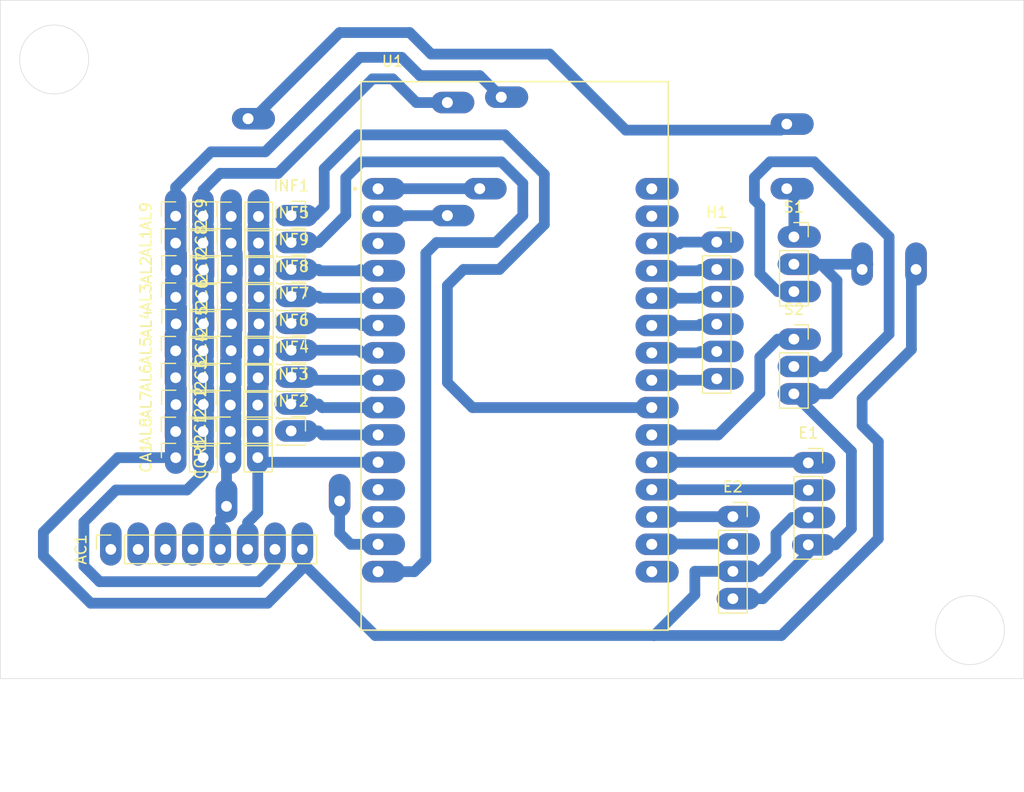
<source format=kicad_pcb>
(kicad_pcb (version 20240108) (generator "pcbnew") (generator_version "8.0")
  (layers (0 "F.Cu" signal) (31 "B.Cu" signal) (34 "B.Paste" user) (35 "F.Paste" user) (36 "B.SilkS" user "B.Silkscreen") (37 "F.SilkS" user "F.Silkscreen") (38 "B.Mask" user) (39 "F.Mask" user) (44 "Edge.Cuts" user))
  (net 0 "")
  (net 5 "Net-(INF7-Pin_1)")
  (net 6 "Net-(INF8-Pin_1)")
  (net 7 "Net-(INF9-Pin_1)")
  (net 8 "Net-(INF2-Pin_1)")
  (net 9 "Net-(INF3-Pin_1)")
  (net 10 "Net-(INF4-Pin_1)")
  (net 11 "Net-(INF6-Pin_1)")
  (net 12 "Net-(INF5-Pin_1)")
  (net 13 "Net-(INF1-Pin_1)")
  (net 14 "Net-(H1-Pin_5)")
  (net 15 "Net-(H1-Pin_2)")
  (net 16 "Net-(H1-Pin_6)")
  (net 17 "Net-(H1-Pin_3)")
  (net 18 "Net-(H1-Pin_1)")
  (net 19 "Net-(H1-Pin_4)")
  (net 24 "Net-(AC1-Pin_7)")
  (net 25 "Net-(AC1-Pin_5)")
  (net 26 "Net-(AC1-Pin_8)")
  (net 27 "Net-(AC1-Pin_6)")
  (net 28 "Net-(E1-Pin_2)")
  (net 29 "Net-(E1-Pin_1)")
  (net 30 "Net-(E2-Pin_1)")
  (net 31 "Net-(E2-Pin_2)")
  (net 32 "Net-(S1-Pin_1)")
  (net 33 "Net-(S2-Pin_1)")
  (footprint "Connector_PinSocket_2.54mm:PinSocket_1x02_P2.54mm_Vertical" (layer "F.Cu") (at 121.318526 74.554512 90)
    (property "Reference" "AL4" (at 0 -2.77 90) (layer "F.SilkS"))
    (property "Value" "VCC, GND" (hide yes))
    (pad "1" thru_hole oval (at 0 0 90) (size 4 2) (drill 1 (offset 0.5 0)) (layers "*.Cu" "*.Mask") (net 26 "Net-(AC1-Pin_8)"))
    (pad "2" thru_hole oval (at 0 2.54 90) (size 4 2) (drill 1 (offset 0.5 0)) (layers "*.Cu" "*.Mask") (net 24 "Net-(AC1-Pin_7)"))
  )
  (footprint "Connector_PinSocket_2.54mm:PinSocket_1x03_P2.54mm_Vertical" (layer "F.Cu") (at 178.6625 66.475)
    (property "Reference" "S1" (at 0 -2.77 0) (layer "F.SilkS"))
    (property "Value" "SIGNAL, VCC, GND")
    (pad "1" thru_hole oval (at 0 0) (size 4 2) (drill 1 (offset 0.5 0)) (layers "*.Cu" "*.Mask") (net 32 "Net-(S1-Pin_1)"))
    (pad "2" thru_hole oval (at 0 2.54) (size 4 2) (drill 1 (offset 0.5 0)) (layers "*.Cu" "*.Mask") (net 26 "Net-(AC1-Pin_8)"))
    (pad "3" thru_hole oval (at 0 5.08) (size 4 2) (drill 1 (offset 0.5 0)) (layers "*.Cu" "*.Mask") (net 24 "Net-(AC1-Pin_7)"))
  )
  (footprint "Connector_PinSocket_2.54mm:PinSocket_1x01_P2.54mm_Vertical" (layer "F.Cu") (at 132 77)
    (property "Reference" "INF6" (at 0 -2.77 360) (layer "F.SilkS"))
    (property "Value" "XSHUT")
    (pad "1" thru_hole oval (at 0 0) (size 4 2) (drill 1 (offset 0.5 0)) (layers "*.Cu" "*.Mask") (net 11 "Net-(INF6-Pin_1)"))
  )
  (footprint "Connector_PinSocket_2.54mm:PinSocket_1x02_P2.54mm_Vertical" (layer "F.Cu") (at 121.278526 79.554512 90)
    (property "Reference" "AL6" (at 0 -2.77 90) (layer "F.SilkS"))
    (property "Value" "VCC, GND" (hide yes))
    (pad "1" thru_hole oval (at 0 0 90) (size 4 2) (drill 1 (offset 0.5 0)) (layers "*.Cu" "*.Mask") (net 26 "Net-(AC1-Pin_8)"))
    (pad "2" thru_hole oval (at 0 2.54 90) (size 4 2) (drill 1 (offset 0.5 0)) (layers "*.Cu" "*.Mask") (net 24 "Net-(AC1-Pin_7)"))
  )
  (footprint "Connector_PinSocket_2.54mm:PinSocket_1x01_P2.54mm_Vertical" (layer "F.Cu") (at 132 72)
    (property "Reference" "INF8" (at 0 -2.77 360) (layer "F.SilkS"))
    (property "Value" "XSHUT")
    (pad "1" thru_hole oval (at 0 0) (size 4 2) (drill 1 (offset 0.5 0)) (layers "*.Cu" "*.Mask") (net 6 "Net-(INF8-Pin_1)"))
  )
  (footprint "Connector_PinSocket_2.54mm:PinSocket_1x02_P2.54mm_Vertical" (layer "F.Cu") (at 121.318526 69.554512 90)
    (property "Reference" "AL2" (at 0 -2.77 90) (layer "F.SilkS"))
    (property "Value" "VCC, GND")
    (pad "1" thru_hole oval (at 0 0 90) (size 4 2) (drill 1 (offset 0.5 0)) (layers "*.Cu" "*.Mask") (net 26 "Net-(AC1-Pin_8)"))
    (pad "2" thru_hole oval (at 0 2.54 90) (size 4 2) (drill 1 (offset 0.5 0)) (layers "*.Cu" "*.Mask") (net 24 "Net-(AC1-Pin_7)"))
  )
  (footprint "Connector_PinSocket_2.54mm:PinSocket_1x02_P2.54mm_Vertical" (layer "F.Cu") (at 121.278526 77.054512 90)
    (property "Reference" "AL5" (at 0 -2.77 90) (layer "F.SilkS"))
    (property "Value" "VCC, GND" (hide yes))
    (pad "1" thru_hole oval (at 0 0 90) (size 4 2) (drill 1 (offset 0.5 0)) (layers "*.Cu" "*.Mask") (net 26 "Net-(AC1-Pin_8)"))
    (pad "2" thru_hole oval (at 0 2.54 90) (size 4 2) (drill 1 (offset 0.5 0)) (layers "*.Cu" "*.Mask") (net 24 "Net-(AC1-Pin_7)"))
  )
  (footprint "" (layer "F.Cu") (at 126 91.5)
    (property "Reference" "" (at 0 0 0) (layer "F.SilkS") (effects (font (size 1.27 1.27))))
    (property "Value" "")
    (pad "5" thru_hole oval (at 0 0 90) (size 4 2) (drill 1 (offset 0.5 0)) (layers "*.Cu" "*.Mask") (net 25 "Net-(AC1-Pin_5)"))
  )
  (footprint "Connector_PinSocket_2.54mm:PinSocket_1x02_P2.54mm_Vertical" (layer "F.Cu") (at 121.278526 64.554512 90)
    (property "Reference" "AL9" (at 0 -2.77 90) (layer "F.SilkS"))
    (property "Value" "VCC, GND")
    (pad "1" thru_hole oval (at 0 0 90) (size 4 2) (drill 1 (offset 0.5 0)) (layers "*.Cu" "*.Mask") (net 26 "Net-(AC1-Pin_8)"))
    (pad "2" thru_hole oval (at 0 2.54 90) (size 4 2) (drill 1 (offset 0.5 0)) (layers "*.Cu" "*.Mask") (net 24 "Net-(AC1-Pin_7)"))
  )
  (footprint "Connector_PinSocket_2.54mm:PinSocket_1x02_P2.54mm_Vertical" (layer "F.Cu") (at 126.428801 64.576254 90)
    (property "Reference" "I2C9" (at 0 -2.77 90) (layer "F.SilkS"))
    (property "Value" "SDA, SCL")
    (pad "1" thru_hole oval (at 0 0 90) (size 4 2) (drill 1 (offset 0.5 0)) (layers "*.Cu" "*.Mask") (net 25 "Net-(AC1-Pin_5)"))
    (pad "2" thru_hole oval (at 0 2.54 90) (size 4 2) (drill 1 (offset 0.5 0)) (layers "*.Cu" "*.Mask") (net 27 "Net-(AC1-Pin_6)"))
  )
  (footprint "Connector_PinSocket_2.54mm:PinSocket_1x02_P2.54mm_Vertical" (layer "F.Cu") (at 126.4696 72.05233 90)
    (property "Reference" "I2C6" (at 0 -2.77 90) (layer "F.SilkS"))
    (property "Value" "SDA, SCL")
    (pad "1" thru_hole oval (at 0 0 90) (size 4 2) (drill 1 (offset 0.5 0)) (layers "*.Cu" "*.Mask") (net 25 "Net-(AC1-Pin_5)"))
    (pad "2" thru_hole oval (at 0 2.54 90) (size 4 2) (drill 1 (offset 0.5 0)) (layers "*.Cu" "*.Mask") (net 27 "Net-(AC1-Pin_6)"))
  )
  (footprint "" (layer "F.Cu") (at 185 69.5 90)
    (property "Reference" "" (at 0 0 90) (layer "F.SilkS") (effects (font (size 1.27 1.27))))
    (property "Value" "")
    (pad "2" thru_hole oval (at 0 0 90) (size 4 2) (drill 1 (offset 0.5 0)) (layers "*.Cu" "*.Mask") (net 26 "Net-(AC1-Pin_8)"))
  )
  (footprint "Connector_PinSocket_2.54mm:PinSocket_1x04_P2.54mm_Vertical" (layer "F.Cu") (at 180 87.46)
    (property "Reference" "E1" (at 0 -2.77 0) (layer "F.SilkS"))
    (property "Value" "SA, SB, VCC, GND")
    (pad "1" thru_hole oval (at 0 0) (size 4 2) (drill 1 (offset 0.5 0)) (layers "*.Cu" "*.Mask") (net 29 "Net-(E1-Pin_1)"))
    (pad "2" thru_hole oval (at 0 2.54) (size 4 2) (drill 1 (offset 0.5 0)) (layers "*.Cu" "*.Mask") (net 28 "Net-(E1-Pin_2)"))
    (pad "3" thru_hole oval (at 0 5.08) (size 4 2) (drill 1 (offset 0.5 0)) (layers "*.Cu" "*.Mask") (net 26 "Net-(AC1-Pin_8)"))
    (pad "4" thru_hole oval (at 0 7.62) (size 4 2) (drill 1 (offset 0.5 0)) (layers "*.Cu" "*.Mask") (net 24 "Net-(AC1-Pin_7)"))
  )
  (footprint "" (layer "F.Cu") (at 146.5 64.5)
    (property "Reference" "" (at 0 0 0) (layer "F.SilkS") (effects (font (size 1.27 1.27))))
    (property "Value" "")
    (pad "2" thru_hole oval (at 0 0) (size 4 2) (drill 1.02 (offset 0.5 0)) (layers "*.Cu" "*.Mask") (net 24 "Net-(AC1-Pin_7)"))
  )
  (footprint "Connector_PinSocket_2.54mm:PinSocket_1x02_P2.54mm_Vertical" (layer "F.Cu") (at 126.355835 84.54039 90)
    (property "Reference" "I2C1" (at 0 -2.77 90) (layer "F.SilkS"))
    (property "Value" "SDA, SCL")
    (pad "1" thru_hole oval (at 0 0 90) (size 4 2) (drill 1 (offset 0.5 0)) (layers "*.Cu" "*.Mask") (net 25 "Net-(AC1-Pin_5)"))
    (pad "2" thru_hole oval (at 0 2.54 90) (size 4 2) (drill 1 (offset 0.5 0)) (layers "*.Cu" "*.Mask") (net 27 "Net-(AC1-Pin_6)"))
  )
  (footprint "ESP32-DEVKIT-V1:MODULE_ESP32_DEVKIT_V1" (layer "F.Cu") (at 152.77 77.525)
    (property "Reference" "U1" (at -11.355 -27.36 360) (layer "F.SilkS"))
    (property "Value" "ESP32-DEVKIT-V1")
    (pad "" np_thru_hole circle (at -12.28 -23.475) (size 3 3) (drill 3) (layers "*.Cu" "*.Mask"))
    (pad "" np_thru_hole circle (at -12.28 23.475) (size 3 3) (drill 3) (layers "*.Cu" "*.Mask"))
    (pad "" np_thru_hole circle (at 12.23 -23.475) (size 3 3) (drill 3) (layers "*.Cu" "*.Mask"))
    (pad "" np_thru_hole circle (at 12.23 23.475) (size 3 3) (drill 3) (layers "*.Cu" "*.Mask"))
    (pad "1" thru_hole oval (at -12.7 -15.515) (size 4 2) (drill 1.02 (offset 0.5 0)) (layers "*.Cu" "*.Mask") (net 26 "Net-(AC1-Pin_8)"))
    (pad "2" thru_hole oval (at -12.7 -12.975) (size 4 2) (drill 1.02 (offset 0.5 0)) (layers "*.Cu" "*.Mask") (net 24 "Net-(AC1-Pin_7)"))
    (pad "3" thru_hole oval (at -12.7 -10.435) (size 4 2) (drill 1.02 (offset 0.5 0)) (layers "*.Cu" "*.Mask") (net 32 "Net-(S1-Pin_1)"))
    (pad "4" thru_hole oval (at -12.7 -7.895) (size 4 2) (drill 1.02 (offset 0.5 0)) (layers "*.Cu" "*.Mask") (net 7 "Net-(INF9-Pin_1)"))
    (pad "5" thru_hole oval (at -12.7 -5.355) (size 4 2) (drill 1.02 (offset 0.5 0)) (layers "*.Cu" "*.Mask") (net 6 "Net-(INF8-Pin_1)"))
    (pad "6" thru_hole oval (at -12.7 -2.815) (size 4 2) (drill 1.02 (offset 0.5 0)) (layers "*.Cu" "*.Mask") (net 5 "Net-(INF7-Pin_1)"))
    (pad "7" thru_hole oval (at -12.7 -0.275) (size 4 2) (drill 1.02 (offset 0.5 0)) (layers "*.Cu" "*.Mask") (net 11 "Net-(INF6-Pin_1)"))
    (pad "8" thru_hole oval (at -12.7 2.265) (size 4 2) (drill 1.02 (offset 0.5 0)) (layers "*.Cu" "*.Mask") (net 10 "Net-(INF4-Pin_1)"))
    (pad "9" thru_hole oval (at -12.7 4.805) (size 4 2) (drill 1.02 (offset 0.5 0)) (layers "*.Cu" "*.Mask") (net 9 "Net-(INF3-Pin_1)"))
    (pad "10" thru_hole oval (at -12.7 7.345) (size 4 2) (drill 1.02 (offset 0.5 0)) (layers "*.Cu" "*.Mask") (net 8 "Net-(INF2-Pin_1)"))
    (pad "11" thru_hole oval (at -12.7 9.885) (size 4 2) (drill 1.02 (offset 0.5 0)) (layers "*.Cu" "*.Mask") (net 27 "Net-(AC1-Pin_6)"))
    (pad "12" thru_hole oval (at -12.7 12.425) (size 4 2) (drill 1.02 (offset 0.5 0)) (layers "*.Cu" "*.Mask"))
    (pad "13" thru_hole oval (at -12.7 14.965) (size 4 2) (drill 1.02 (offset 0.5 0)) (layers "*.Cu" "*.Mask"))
    (pad "14" thru_hole oval (at -12.7 17.505) (size 4 2) (drill oval 1.02 (offset 0.5 0)) (layers "*.Cu" "*.Mask") (net 25 "Net-(AC1-Pin_5)"))
    (pad "15" thru_hole oval (at -12.7 20.045) (size 4 2) (drill 1.02 (offset 0.5 0)) (layers "*.Cu" "*.Mask") (net 12 "Net-(INF5-Pin_1)"))
    (pad "16" thru_hole oval (at 12.7 20.045) (size 4 2) (drill 1.02 (offset 0.5 0)) (layers "*.Cu" "*.Mask"))
    (pad "17" thru_hole oval (at 12.7 17.505) (size 4 2) (drill 1.02 (offset 0.5 0)) (layers "*.Cu" "*.Mask") (net 31 "Net-(E2-Pin_2)"))
    (pad "18" thru_hole oval (at 12.7 14.965) (size 4 2) (drill 1.02 (offset 0.5 0)) (layers "*.Cu" "*.Mask") (net 30 "Net-(E2-Pin_1)"))
    (pad "19" thru_hole oval (at 12.7 12.425) (size 4 2) (drill 1.02 (offset 0.5 0)) (layers "*.Cu" "*.Mask") (net 28 "Net-(E1-Pin_2)"))
    (pad "20" thru_hole oval (at 12.7 9.885) (size 4 2) (drill 1.02 (offset 0.5 0)) (layers "*.Cu" "*.Mask") (net 29 "Net-(E1-Pin_1)"))
    (pad "21" thru_hole oval (at 12.7 7.345) (size 4 2) (drill 1.02 (offset 0.5 0)) (layers "*.Cu" "*.Mask") (net 33 "Net-(S2-Pin_1)"))
    (pad "22" thru_hole oval (at 12.7 4.805) (size 4 2) (drill 1.02 (offset 0.5 0)) (layers "*.Cu" "*.Mask") (net 13 "Net-(INF1-Pin_1)"))
    (pad "23" thru_hole oval (at 12.7 2.265) (size 4 2) (drill 1.02 (offset 0.5 0)) (layers "*.Cu" "*.Mask") (net 16 "Net-(H1-Pin_6)"))
    (pad "24" thru_hole oval (at 12.7 -0.275) (size 4 2) (drill 1.02 (offset 0.5 0)) (layers "*.Cu" "*.Mask") (net 14 "Net-(H1-Pin_5)"))
    (pad "25" thru_hole oval (at 12.7 -2.815) (size 4 2) (drill 1.02 (offset 0.5 0)) (layers "*.Cu" "*.Mask") (net 19 "Net-(H1-Pin_4)"))
    (pad "26" thru_hole oval (at 12.7 -5.355) (size 4 2) (drill 1.02 (offset 0.5 0)) (layers "*.Cu" "*.Mask") (net 17 "Net-(H1-Pin_3)"))
    (pad "27" thru_hole oval (at 12.7 -7.895) (size 4 2) (drill 1.02 (offset 0.5 0)) (layers "*.Cu" "*.Mask") (net 15 "Net-(H1-Pin_2)"))
    (pad "28" thru_hole oval (at 12.7 -10.435) (size 4 2) (drill 1.02 (offset 0.5 0)) (layers "*.Cu" "*.Mask") (net 18 "Net-(H1-Pin_1)"))
    (pad "29" thru_hole oval (at 12.7 -12.975) (size 4 2) (drill 1.02 (offset 0.5 0)) (layers "*.Cu" "*.Mask") (net 24 "Net-(AC1-Pin_7)"))
    (pad "30" thru_hole oval (at 12.7 -15.515) (size 4 2) (drill 1.02 (offset 0.5 0)) (layers "*.Cu" "*.Mask"))
  )
  (footprint "Connector_PinSocket_2.54mm:PinSocket_1x02_P2.54mm_Vertical" (layer "F.Cu") (at 121.287446 86.982509 90)
    (property "Reference" "CA1" (at 0 -2.77 90) (layer "F.SilkS"))
    (property "Value" "VCC, GND")
    (pad "1" thru_hole oval (at 0 0 90) (size 4 2) (drill 1 (offset 0.5 0)) (layers "*.Cu" "*.Mask") (net 26 "Net-(AC1-Pin_8)"))
    (pad "2" thru_hole oval (at 0 2.54 90) (size 4 2) (drill 1 (offset 0.5 0)) (layers "*.Cu" "*.Mask") (net 24 "Net-(AC1-Pin_7)"))
  )
  (footprint "Connector_PinSocket_2.54mm:PinSocket_1x02_P2.54mm_Vertical" (layer "F.Cu") (at 126.4296 67.05233 90)
    (property "Reference" "I2C8" (at 0 -2.77 90) (layer "F.SilkS"))
    (property "Value" "SDA, SCL")
    (pad "1" thru_hole oval (at 0 0 90) (size 4 2) (drill 1 (offset 0.5 0)) (layers "*.Cu" "*.Mask") (net 25 "Net-(AC1-Pin_5)"))
    (pad "2" thru_hole oval (at 0 2.54 90) (size 4 2) (drill 1 (offset 0.5 0)) (layers "*.Cu" "*.Mask") (net 27 "Net-(AC1-Pin_6)"))
  )
  (footprint "Connector_PinSocket_2.54mm:PinSocket_1x02_P2.54mm_Vertical" (layer "F.Cu") (at 121.278526 67.054512 90)
    (property "Reference" "AL1" (at 0 -2.77 90) (layer "F.SilkS"))
    (property "Value" "VCC, GND")
    (pad "1" thru_hole oval (at 0 0 90) (size 4 2) (drill 1 (offset 0.5 0)) (layers "*.Cu" "*.Mask") (net 26 "Net-(AC1-Pin_8)"))
    (pad "2" thru_hole oval (at 0 2.54 90) (size 4 2) (drill 1 (offset 0.5 0)) (layers "*.Cu" "*.Mask") (net 24 "Net-(AC1-Pin_7)"))
  )
  (footprint "Connector_PinSocket_2.54mm:PinSocket_1x02_P2.54mm_Vertical" (layer "F.Cu") (at 121.291932 72.085941 90)
    (property "Reference" "AL3" (at 0 -2.77 90) (layer "F.SilkS"))
    (property "Value" "VCC, GND")
    (pad "1" thru_hole oval (at 0 0 90) (size 4 2) (drill 1 (offset 0.5 0)) (layers "*.Cu" "*.Mask") (net 26 "Net-(AC1-Pin_8)"))
    (pad "2" thru_hole oval (at 0 2.54 90) (size 4 2) (drill 1 (offset 0.5 0)) (layers "*.Cu" "*.Mask") (net 24 "Net-(AC1-Pin_7)"))
  )
  (footprint "Connector_PinSocket_2.54mm:PinSocket_1x01_P2.54mm_Vertical" (layer "F.Cu") (at 132 67)
    (property "Reference" "INF5" (at 0 -2.77 0) (layer "F.SilkS"))
    (property "Value" "XSHUT")
    (pad "1" thru_hole oval (at 0 0) (size 4 2) (drill 1 (offset 0.5 0)) (layers "*.Cu" "*.Mask") (net 12 "Net-(INF5-Pin_1)"))
  )
  (footprint "" (layer "F.Cu") (at 178 56)
    (property "Reference" "" (at 0 0 0) (layer "F.SilkS") (effects (font (size 1.27 1.27))))
    (property "Value" "")
    (pad "1" thru_hole oval (at 0 0) (size 4 2) (drill 1 (offset 0.5 0)) (layers "*.Cu" "*.Mask") (net 32 "Net-(S1-Pin_1)"))
  )
  (footprint "Connector_PinSocket_2.54mm:PinSocket_1x02_P2.54mm_Vertical" (layer "F.Cu") (at 126.429294 77.043091 90)
    (property "Reference" "I2C4" (at 0 -2.77 90) (layer "F.SilkS"))
    (property "Value" "SDA, SCL")
    (pad "1" thru_hole oval (at 0 0 90) (size 4 2) (drill 1 (offset 0.5 0)) (layers "*.Cu" "*.Mask") (net 25 "Net-(AC1-Pin_5)"))
    (pad "2" thru_hole oval (at 0 2.54 90) (size 4 2) (drill 1 (offset 0.5 0)) (layers "*.Cu" "*.Mask") (net 27 "Net-(AC1-Pin_6)"))
  )
  (footprint "" (layer "F.Cu") (at 146.5 54)
    (property "Reference" "" (at 0 0 360) (layer "F.SilkS") (effects (font (size 1.27 1.27))))
    (property "Value" "")
    (pad "2" thru_hole oval (at 0 0) (size 4 2) (drill 1.02 (offset 0.5 0)) (layers "*.Cu" "*.Mask") (net 24 "Net-(AC1-Pin_7)"))
  )
  (footprint "" (layer "F.Cu") (at 190 69.5 90)
    (property "Reference" "" (at 0 0 90) (layer "F.SilkS") (effects (font (size 1.27 1.27))))
    (property "Value" "")
    (pad "2" thru_hole oval (at 0 0 90) (size 4 2) (drill 1 (offset 0.5 0)) (layers "*.Cu" "*.Mask") (net 26 "Net-(AC1-Pin_8)"))
  )
  (footprint "Connector_PinSocket_2.54mm:PinSocket_1x01_P2.54mm_Vertical" (layer "F.Cu") (at 132 74.5)
    (property "Reference" "INF7" (at 0 -2.77 360) (layer "F.SilkS"))
    (property "Value" "XSHUT")
    (pad "1" thru_hole oval (at 0 0) (size 4 2) (drill 1 (offset 0.5 0)) (layers "*.Cu" "*.Mask") (net 5 "Net-(INF7-Pin_1)"))
  )
  (footprint "Connector_PinSocket_2.54mm:PinSocket_1x02_P2.54mm_Vertical" (layer "F.Cu") (at 121.303013 82.050467 90)
    (property "Reference" "AL7" (at 0 -2.77 90) (layer "F.SilkS"))
    (property "Value" "VCC, GND")
    (pad "1" thru_hole oval (at 0 0 90) (size 4 2) (drill 1 (offset 0.5 0)) (layers "*.Cu" "*.Mask") (net 26 "Net-(AC1-Pin_8)"))
    (pad "2" thru_hole oval (at 0 2.54 90) (size 4 2) (drill 1 (offset 0.5 0)) (layers "*.Cu" "*.Mask") (net 24 "Net-(AC1-Pin_7)"))
  )
  (footprint "" (layer "F.Cu") (at 136.5 91)
    (property "Reference" "" (at 0 0 0) (layer "F.SilkS") (effects (font (size 1.27 1.27))))
    (property "Value" "")
    (pad "5" thru_hole oval (at 0 0 90) (size 4 2) (drill 1 (offset 0.5 0)) (layers "*.Cu" "*.Mask"))
  )
  (footprint "Connector_PinSocket_2.54mm:PinSocket_1x02_P2.54mm_Vertical" (layer "F.Cu") (at 121.278526 84.554512 90)
    (property "Reference" "AL8" (at 0 -2.77 90) (layer "F.SilkS"))
    (property "Value" "VCC, GND")
    (pad "1" thru_hole oval (at 0 0 90) (size 4 2) (drill 1 (offset 0.5 0)) (layers "*.Cu" "*.Mask") (net 26 "Net-(AC1-Pin_8)"))
    (pad "2" thru_hole oval (at 0 2.54 90) (size 4 2) (drill 1 (offset 0.5 0)) (layers "*.Cu" "*.Mask") (net 24 "Net-(AC1-Pin_7)"))
  )
  (footprint "" (layer "F.Cu") (at 178 62)
    (property "Reference" "" (at 0 0 0) (layer "F.SilkS") (effects (font (size 1.27 1.27))))
    (property "Value" "")
    (pad "1" thru_hole oval (at 0 0) (size 4 2) (drill 1 (offset 0.5 0)) (layers "*.Cu" "*.Mask") (net 32 "Net-(S1-Pin_1)"))
  )
  (footprint "Connector_PinSocket_2.54mm:PinSocket_1x01_P2.54mm_Vertical" (layer "F.Cu") (at 131.975 82)
    (property "Reference" "INF3" (at 0 -2.77 360) (layer "F.SilkS"))
    (property "Value" "XSHUT")
    (pad "1" thru_hole oval (at 0 0) (size 4 2) (drill 1 (offset 0.5 0)) (layers "*.Cu" "*.Mask") (net 9 "Net-(INF3-Pin_1)"))
  )
  (footprint "Connector_PinSocket_2.54mm:PinSocket_1x01_P2.54mm_Vertical" (layer "F.Cu") (at 132 64.5)
    (property "Reference" "INF1" (at 0 -2.77 0) (layer "F.SilkS"))
    (property "Value" "XSHUT")
    (pad "1" thru_hole oval (at 0 0) (size 4 2) (drill 1 (offset 0.5 0)) (layers "*.Cu" "*.Mask") (net 13 "Net-(INF1-Pin_1)"))
  )
  (footprint "" (layer "F.Cu") (at 149.5 62)
    (property "Reference" "" (at 0 0 0) (layer "F.SilkS") (effects (font (size 1.27 1.27))))
    (property "Value" "")
    (pad "1" thru_hole oval (at 0 0) (size 4 2) (drill 1.02 (offset 0.5 0)) (layers "*.Cu" "*.Mask") (net 26 "Net-(AC1-Pin_8)"))
  )
  (footprint "Connector_PinSocket_2.54mm:PinSocket_1x02_P2.54mm_Vertical" (layer "F.Cu") (at 126.493431 69.565195 90)
    (property "Reference" "I2C7" (at 0 -2.77 90) (layer "F.SilkS"))
    (property "Value" "SDA, SCL")
    (pad "1" thru_hole oval (at 0 0 90) (size 4 2) (drill 1 (offset 0.5 0)) (layers "*.Cu" "*.Mask") (net 25 "Net-(AC1-Pin_5)"))
    (pad "2" thru_hole oval (at 0 2.54 90) (size 4 2) (drill 1 (offset 0.5 0)) (layers "*.Cu" "*.Mask") (net 27 "Net-(AC1-Pin_6)"))
  )
  (footprint "Connector_PinSocket_2.54mm:PinSocket_1x02_P2.54mm_Vertical" (layer "F.Cu") (at 126.4696 74.55233 90)
    (property "Reference" "I2C5" (at 0 -2.77 90) (layer "F.SilkS"))
    (property "Value" "SDA, SCL")
    (pad "1" thru_hole oval (at 0 0 90) (size 4 2) (drill 1 (offset 0.5 0)) (layers "*.Cu" "*.Mask") (net 25 "Net-(AC1-Pin_5)"))
    (pad "2" thru_hole oval (at 0 2.54 90) (size 4 2) (drill 1 (offset 0.5 0)) (layers "*.Cu" "*.Mask") (net 27 "Net-(AC1-Pin_6)"))
  )
  (footprint "Connector_PinSocket_2.54mm:PinSocket_1x02_P2.54mm_Vertical" (layer "F.Cu") (at 126.393477 79.568225 90)
    (property "Reference" "I2C3" (at 0 -2.77 90) (layer "F.SilkS"))
    (property "Value" "SDA, SCL")
    (pad "1" thru_hole oval (at 0 0 90) (size 4 2) (drill 1 (offset 0.5 0)) (layers "*.Cu" "*.Mask") (net 25 "Net-(AC1-Pin_5)"))
    (pad "2" thru_hole oval (at 0 2.54 90) (size 4 2) (drill 1 (offset 0.5 0)) (layers "*.Cu" "*.Mask") (net 27 "Net-(AC1-Pin_6)"))
  )
  (footprint "Connector_PinSocket_2.54mm:PinSocket_1x03_P2.54mm_Vertical" (layer "F.Cu") (at 178.6625 75.975)
    (property "Reference" "S2" (at 0 -2.77 0) (layer "F.SilkS"))
    (property "Value" "SIGNAL, VCC, GND")
    (pad "1" thru_hole oval (at 0 0) (size 4 2) (drill 1 (offset 0.5 0)) (layers "*.Cu" "*.Mask") (net 33 "Net-(S2-Pin_1)"))
    (pad "2" thru_hole oval (at 0 2.54) (size 4 2) (drill 1 (offset 0.5 0)) (layers "*.Cu" "*.Mask") (net 26 "Net-(AC1-Pin_8)"))
    (pad "3" thru_hole oval (at 0 5.08) (size 4 2) (drill 1 (offset 0.5 0)) (layers "*.Cu" "*.Mask") (net 24 "Net-(AC1-Pin_7)"))
  )
  (footprint "" (layer "F.Cu") (at 128 55.5)
    (property "Reference" "" (at 0 0 0) (layer "F.SilkS") (effects (font (size 1.27 1.27))))
    (property "Value" "")
    (pad "3" thru_hole oval (at 0 0) (size 4 2) (drill 1.02 (offset 0.5 0)) (layers "*.Cu" "*.Mask") (net 32 "Net-(S1-Pin_1)"))
  )
  (footprint "Connector_PinSocket_2.54mm:PinSocket_1x08_P2.54mm_Vertical" (layer "F.Cu") (at 115.26 95.5 90)
    (property "Reference" "AC1" (at 0 -2.77 90) (layer "F.SilkS"))
    (property "Value" "INT, ADD, XCL, XDA, SDA, SCL, GND, VCC")
    (pad "1" thru_hole oval (at 0 0 90) (size 4 2) (drill 1 (offset 0.5 0)) (layers "*.Cu" "*.Mask"))
    (pad "2" thru_hole oval (at 0 2.54 90) (size 4 2) (drill 1 (offset 0.5 0)) (layers "*.Cu" "*.Mask"))
    (pad "3" thru_hole oval (at 0 5.08 90) (size 4 2) (drill 1 (offset 0.5 0)) (layers "*.Cu" "*.Mask"))
    (pad "4" thru_hole oval (at 0 7.62 90) (size 4 2) (drill 1 (offset 0.5 0)) (layers "*.Cu" "*.Mask"))
    (pad "5" thru_hole oval (at 0 10.16 90) (size 4 2) (drill 1 (offset 0.5 0)) (layers "*.Cu" "*.Mask") (net 25 "Net-(AC1-Pin_5)"))
    (pad "6" thru_hole oval (at 0 12.7 90) (size 4 2) (drill 1 (offset 0.5 0)) (layers "*.Cu" "*.Mask") (net 27 "Net-(AC1-Pin_6)"))
    (pad "7" thru_hole oval (at 0 15.24 90) (size 4 2) (drill 1 (offset 0.5 0)) (layers "*.Cu" "*.Mask") (net 24 "Net-(AC1-Pin_7)"))
    (pad "8" thru_hole oval (at 0 17.78 90) (size 4 2) (drill 1 (offset 0.5 0)) (layers "*.Cu" "*.Mask") (net 26 "Net-(AC1-Pin_8)"))
  )
  (footprint "Connector_PinSocket_2.54mm:PinSocket_1x02_P2.54mm_Vertical" (layer "F.Cu") (at 126.360784 86.978588 90)
    (property "Reference" "COR1" (at -0.021412 -2.77 90) (layer "F.SilkS"))
    (property "Value" "SDA, SCL")
    (pad "1" thru_hole oval (at 0 0 90) (size 4 2) (drill 1 (offset 0.5 0)) (layers "*.Cu" "*.Mask") (net 25 "Net-(AC1-Pin_5)"))
    (pad "2" thru_hole oval (at 0 2.54 90) (size 4 2) (drill 1 (offset 0.5 0)) (layers "*.Cu" "*.Mask") (net 27 "Net-(AC1-Pin_6)"))
  )
  (footprint "Connector_PinSocket_2.54mm:PinSocket_1x01_P2.54mm_Vertical" (layer "F.Cu") (at 132 84.5)
    (property "Reference" "INF2" (at 0 -2.77 0) (layer "F.SilkS"))
    (property "Value" "XSHUT")
    (pad "1" thru_hole oval (at 0 0) (size 4 2) (drill 1 (offset 0.5 0)) (layers "*.Cu" "*.Mask") (net 8 "Net-(INF2-Pin_1)"))
  )
  (footprint "Connector_PinSocket_2.54mm:PinSocket_1x02_P2.54mm_Vertical" (layer "F.Cu") (at 126.357659 82.093359 90)
    (property "Reference" "I2C2" (at 0 -2.77 90) (layer "F.SilkS"))
    (property "Value" "SDA, SCL")
    (pad "1" thru_hole oval (at 0 0 90) (size 4 2) (drill 1 (offset 0.5 0)) (layers "*.Cu" "*.Mask") (net 25 "Net-(AC1-Pin_5)"))
    (pad "2" thru_hole oval (at 0 2.54 90) (size 4 2) (drill 1 (offset 0.5 0)) (layers "*.Cu" "*.Mask") (net 27 "Net-(AC1-Pin_6)"))
  )
  (footprint "Connector_PinSocket_2.54mm:PinSocket_1x01_P2.54mm_Vertical" (layer "F.Cu") (at 132 79.5)
    (property "Reference" "INF4" (at 0 -2.77 0) (layer "F.SilkS"))
    (property "Value" "XSHUT")
    (pad "1" thru_hole oval (at 0 0) (size 4 2) (drill 1 (offset 0.5 0)) (layers "*.Cu" "*.Mask") (net 10 "Net-(INF4-Pin_1)"))
  )
  (footprint "Connector_PinSocket_2.54mm:PinSocket_1x06_P2.54mm_Vertical" (layer "F.Cu") (at 171.5 66.96)
    (property "Reference" "H1" (at 0 -2.77 0) (layer "F.SilkS"))
    (property "Value" "PWMA, IN1, IN2, IN3, IN4, PWMB")
    (pad "1" thru_hole oval (at 0 0) (size 4 2) (drill 1 (offset 0.5 0)) (layers "*.Cu" "*.Mask") (net 18 "Net-(H1-Pin_1)"))
    (pad "2" thru_hole oval (at 0 2.54) (size 4 2) (drill 1 (offset 0.5 0)) (layers "*.Cu" "*.Mask") (net 15 "Net-(H1-Pin_2)"))
    (pad "3" thru_hole oval (at 0 5.08) (size 4 2) (drill 1 (offset 0.5 0)) (layers "*.Cu" "*.Mask") (net 17 "Net-(H1-Pin_3)"))
    (pad "4" thru_hole oval (at 0 7.62) (size 4 2) (drill 1 (offset 0.5 0)) (layers "*.Cu" "*.Mask") (net 19 "Net-(H1-Pin_4)"))
    (pad "5" thru_hole oval (at 0 10.16) (size 4 2) (drill 1 (offset 0.5 0)) (layers "*.Cu" "*.Mask") (net 14 "Net-(H1-Pin_5)"))
    (pad "6" thru_hole oval (at 0 12.7) (size 4 2) (drill 1 (offset 0.5 0)) (layers "*.Cu" "*.Mask") (net 16 "Net-(H1-Pin_6)"))
  )
  (footprint "Connector_PinSocket_2.54mm:PinSocket_1x01_P2.54mm_Vertical" (layer "F.Cu") (at 132 69.5)
    (property "Reference" "INF9" (at 0 -2.77 360) (layer "F.SilkS"))
    (property "Value" "XSHUT")
    (pad "1" thru_hole oval (at 0 0) (size 4 2) (drill 1 (offset 0.5 0)) (layers "*.Cu" "*.Mask") (net 7 "Net-(INF9-Pin_1)"))
  )
  (footprint "" (layer "F.Cu") (at 151.5 53.5)
    (property "Reference" "" (at 0 0 0) (layer "F.SilkS") (effects (font (size 1.27 1.27))))
    (property "Value" "")
    (pad "1" thru_hole oval (at 0 0) (size 4 2) (drill 1.02 (offset 0.5 0)) (layers "*.Cu" "*.Mask") (net 26 "Net-(AC1-Pin_8)"))
  )
  (footprint "Connector_PinSocket_2.54mm:PinSocket_1x04_P2.54mm_Vertical" (layer "F.Cu") (at 173 92.46)
    (property "Reference" "E2" (at 0 -2.77 0) (layer "F.SilkS"))
    (property "Value" "SA, SB, VCC, GND")
    (pad "1" thru_hole oval (at 0 0) (size 4 2) (drill 1 (offset 0.5 0)) (layers "*.Cu" "*.Mask") (net 30 "Net-(E2-Pin_1)"))
    (pad "2" thru_hole oval (at 0 2.54) (size 4 2) (drill 1 (offset 0.5 0)) (layers "*.Cu" "*.Mask") (net 31 "Net-(E2-Pin_2)"))
    (pad "3" thru_hole oval (at 0 5.08) (size 4 2) (drill 1 (offset 0.5 0)) (layers "*.Cu" "*.Mask") (net 26 "Net-(AC1-Pin_8)"))
    (pad "4" thru_hole oval (at 0 7.62) (size 4 2) (drill 1 (offset 0.5 0)) (layers "*.Cu" "*.Mask") (net 24 "Net-(AC1-Pin_7)"))
  )
  (gr_circle (center 110 50) (end 112 52.5) (stroke (width 0.05)) (fill none) (layer "Edge.Cuts"))
  (gr_rect (start 105 44.5) (end 200 107.5) (stroke (width 0.05)) (fill none) (layer "Edge.Cuts"))
  (gr_circle (center 195 103) (end 197 105.5) (stroke (width 0.05)) (fill none) (layer "Edge.Cuts"))
  (segment (start 132 74.5) (end 138.364466 74.5) (width 1) (layer "B.Cu") (net 5))
  (segment (start 138.364466 74.5) (end 138.574466 74.71) (width 1) (layer "B.Cu") (net 5))
  (segment (start 132.21 74.71) (end 132 74.5) (width 1) (layer "B.Cu") (net 5))
  (segment (start 138.574466 74.71) (end 140.07 74.71) (width 1) (layer "B.Cu") (net 5))
  (segment (start 134.705534 72.17) (end 140.07 72.17) (width 1) (layer "B.Cu") (net 6))
  (segment (start 134.535534 72) (end 134.705534 72.17) (width 1) (layer "B.Cu") (net 6))
  (segment (start 132 72) (end 134.535534 72) (width 1) (layer "B.Cu") (net 6))
  (segment (start 138.444466 69.5) (end 138.574466 69.63) (width 1) (layer "B.Cu") (net 7))
  (segment (start 134.535534 69.5) (end 132 69.5) (width 1) (layer "B.Cu") (net 7))
  (segment (start 138.574466 69.63) (end 140.07 69.63) (width 1) (layer "B.Cu") (net 7))
  (segment (start 134.665534 69.63) (end 134.535534 69.5) (width 1) (layer "B.Cu") (net 7))
  (segment (start 140.07 69.63) (end 134.665534 69.63) (width 1) (layer "B.Cu") (net 7))
  (segment (start 134.535534 84.5) (end 132 84.5) (width 1) (layer "B.Cu") (net 8))
  (segment (start 134.905534 84.87) (end 134.535534 84.5) (width 1) (layer "B.Cu") (net 8))
  (segment (start 140.07 84.87) (end 134.905534 84.87) (width 1) (layer "B.Cu") (net 8))
  (segment (start 134.535534 82) (end 131.975 82) (width 1) (layer "B.Cu") (net 9))
  (segment (start 140.07 82.33) (end 134.865534 82.33) (width 1) (layer "B.Cu") (net 9))
  (segment (start 134.865534 82.33) (end 134.535534 82) (width 1) (layer "B.Cu") (net 9))
  (segment (start 132.29 79.79) (end 140.07 79.79) (width 1) (layer "B.Cu") (net 10))
  (segment (start 132 79.5) (end 132.29 79.79) (width 1) (layer "B.Cu") (net 10))
  (segment (start 138.574466 77.25) (end 140.07 77.25) (width 1) (layer "B.Cu") (net 11))
  (segment (start 132.25 77.25) (end 132 77.5) (width 1) (layer "B.Cu") (net 11))
  (segment (start 138.324466 77) (end 138.574466 77.25) (width 1) (layer "B.Cu") (net 11))
  (segment (start 132 77) (end 138.324466 77) (width 1) (layer "B.Cu") (net 11))
  (segment (start 153.5 64.5) (end 151 67) (width 1) (layer "B.Cu") (net 12))
  (segment (start 151.51 59.51) (end 153.5 61.5) (width 1) (layer "B.Cu") (net 12))
  (segment (start 151 67) (end 145.5 67) (width 1) (layer "B.Cu") (net 12))
  (segment (start 132 67) (end 134.535534 67) (width 1) (layer "B.Cu") (net 12))
  (segment (start 144.5 68) (end 144.5 96.5) (width 1) (layer "B.Cu") (net 12))
  (segment (start 145.5 67) (end 144.5 68) (width 1) (layer "B.Cu") (net 12))
  (segment (start 137.07 64.465534) (end 137.07 60.974466) (width 1) (layer "B.Cu") (net 12))
  (segment (start 137.07 60.974466) (end 138.534466 59.51) (width 1) (layer "B.Cu") (net 12))
  (segment (start 144.5 96.5) (end 143.43 97.57) (width 1) (layer "B.Cu") (net 12))
  (segment (start 138.534466 59.51) (end 151.51 59.51) (width 1) (layer "B.Cu") (net 12))
  (segment (start 134.535534 67) (end 137.07 64.465534) (width 1) (layer "B.Cu") (net 12))
  (segment (start 143.43 97.57) (end 140.07 97.57) (width 1) (layer "B.Cu") (net 12))
  (segment (start 153.5 61.5) (end 153.5 64.5) (width 1) (layer "B.Cu") (net 12))
  (segment (start 146.5 80) (end 148.83 82.33) (width 1) (layer "B.Cu") (net 13))
  (segment (start 132 64.5) (end 134.207106 64.5) (width 1) (layer "B.Cu") (net 13))
  (segment (start 155.5 65.328427) (end 151.328427 69.5) (width 1) (layer "B.Cu") (net 13))
  (segment (start 148.83 82.33) (end 165.47 82.33) (width 1) (layer "B.Cu") (net 13))
  (segment (start 134.207106 64.5) (end 135.07 63.637106) (width 1) (layer "B.Cu") (net 13))
  (segment (start 148 69.5) (end 146.5 71) (width 1) (layer "B.Cu") (net 13))
  (segment (start 135.07 63.637106) (end 135.07 60.146038) (width 1) (layer "B.Cu") (net 13))
  (segment (start 151.328427 69.5) (end 148 69.5) (width 1) (layer "B.Cu") (net 13))
  (segment (start 138.216038 57) (end 151.828428 57) (width 1) (layer "B.Cu") (net 13))
  (segment (start 146.5 71) (end 146.5 80) (width 1) (layer "B.Cu") (net 13))
  (segment (start 151.828428 57) (end 155.5 60.671572) (width 1) (layer "B.Cu") (net 13))
  (segment (start 155.5 60.671572) (end 155.5 65.328427) (width 1) (layer "B.Cu") (net 13))
  (segment (start 135.07 60.146038) (end 138.216038 57) (width 1) (layer "B.Cu") (net 13))
  (segment (start 169.874466 77.25) (end 170.004466 77.12) (width 1) (layer "B.Cu") (net 14))
  (segment (start 170.004466 77.12) (end 171.5 77.12) (width 1) (layer "B.Cu") (net 14))
  (segment (start 165.47 77.25) (end 169.874466 77.25) (width 1) (layer "B.Cu") (net 14))
  (segment (start 169.874466 69.63) (end 170.004466 69.5) (width 1) (layer "B.Cu") (net 15))
  (segment (start 170.004466 69.5) (end 171.5 69.5) (width 1) (layer "B.Cu") (net 15))
  (segment (start 165.47 69.63) (end 169.874466 69.63) (width 1) (layer "B.Cu") (net 15))
  (segment (start 171.37 79.79) (end 171.5 79.66) (width 1) (layer "B.Cu") (net 16))
  (segment (start 165.47 79.79) (end 171.37 79.79) (width 1) (layer "B.Cu") (net 16))
  (segment (start 171.54 72) (end 171.5 72.04) (width 1) (layer "B.Cu") (net 17))
  (segment (start 170.044466 72) (end 171.54 72) (width 1) (layer "B.Cu") (net 17))
  (segment (start 169.874466 72.17) (end 170.044466 72) (width 1) (layer "B.Cu") (net 17))
  (segment (start 165.47 72.17) (end 169.874466 72.17) (width 1) (layer "B.Cu") (net 17))
  (segment (start 168.005534 67.13) (end 165.5 67.13) (width 1) (layer "B.Cu") (net 18))
  (segment (start 171.5 66.96) (end 168.175534 66.96) (width 1) (layer "B.Cu") (net 18))
  (segment (start 168.175534 66.96) (end 168.005534 67.13) (width 1) (layer "B.Cu") (net 18))
  (segment (start 165.47 74.71) (end 169.874466 74.71) (width 1) (layer "B.Cu") (net 19))
  (segment (start 169.874466 74.71) (end 170.004466 74.58) (width 1) (layer "B.Cu") (net 19))
  (segment (start 170.004466 74.58) (end 171.5 74.58) (width 1) (layer "B.Cu") (net 19))
  (segment (start 115.741957 89.982509) (end 122.32298 89.982509) (width 1) (layer "B.Cu") (net 24))
  (segment (start 130.781765 60.576254) (end 125.393267 60.576254) (width 1) (layer "B.Cu") (net 24))
  (segment (start 187.5 66.464466) (end 187.5 75.5) (width 1) (layer "B.Cu") (net 24))
  (segment (start 140.07 64.55) (end 142.565534 64.55) (width 1) (layer "B.Cu") (net 24))
  (segment (start 175.783962 100.08) (end 173 100.08) (width 1) (layer "B.Cu") (net 24))
  (segment (start 141.421981 51.8) (end 139.558019 51.8) (width 1) (layer "B.Cu") (net 24))
  (segment (start 123.827446 86.982509) (end 123.827446 82.066034) (width 1) (layer "B.Cu") (net 24))
  (segment (start 182.495534 95.08) (end 180 95.08) (width 1) (layer "B.Cu") (net 24))
  (segment (start 180.535534 59.5) (end 187.5 66.464466) (width 1) (layer "B.Cu") (net 24))
  (segment (start 181.945 81.055) (end 178.6625 81.055) (width 1) (layer "B.Cu") (net 24))
  (segment (start 180 95.08) (end 180 95.863962) (width 1) (layer "B.Cu") (net 24))
  (segment (start 147.5 54) (end 143.621981 54) (width 1) (layer "B.Cu") (net 24))
  (segment (start 123.818526 62.150995) (end 123.818526 64.554512) (width 1) (layer "B.Cu") (net 24))
  (segment (start 175.5 63.535534) (end 175 63.035534) (width 1) (layer "B.Cu") (net 24))
  (segment (start 112.76 92.964466) (end 115.741957 89.982509) (width 1) (layer "B.Cu") (net 24))
  (segment (start 184 93.575534) (end 182.495534 95.08) (width 1) (layer "B.Cu") (net 24))
  (segment (start 175.5 69.888034) (end 175.5 63.535534) (width 1) (layer "B.Cu") (net 24))
  (segment (start 176.464466 59.5) (end 180.535534 59.5) (width 1) (layer "B.Cu") (net 24))
  (segment (start 123.827446 82.066034) (end 123.843013 82.050467) (width 1) (layer "B.Cu") (net 24))
  (segment (start 128.995534 98.5) (end 114.224466 98.5) (width 1) (layer "B.Cu") (net 24))
  (segment (start 142.615534 64.5) (end 148 64.5) (width 1) (layer "B.Cu") (net 24))
  (segment (start 184 86.3925) (end 184 93.575534) (width 1) (layer "B.Cu") (net 24))
  (segment (start 180 95.863962) (end 175.783962 100.08) (width 1) (layer "B.Cu") (net 24))
  (segment (start 139.558019 51.8) (end 130.781765 60.576254) (width 1) (layer "B.Cu") (net 24))
  (segment (start 123.827446 88.478043) (end 123.827446 86.982509) (width 1) (layer "B.Cu") (net 24))
  (segment (start 125.393267 60.576254) (end 123.818526 62.150995) (width 1) (layer "B.Cu") (net 24))
  (segment (start 123.818526 84.554512) (end 123.818526 64.554512) (width 1) (layer "B.Cu") (net 24))
  (segment (start 143.621981 54) (end 141.421981 51.8) (width 1) (layer "B.Cu") (net 24))
  (segment (start 114.224466 98.5) (end 112.76 97.035534) (width 1) (layer "B.Cu") (net 24))
  (segment (start 178.6625 81.055) (end 184 86.3925) (width 1) (layer "B.Cu") (net 24))
  (segment (start 122.32298 89.982509) (end 123.827446 88.478043) (width 1) (layer "B.Cu") (net 24))
  (segment (start 177.166966 71.555) (end 175.5 69.888034) (width 1) (layer "B.Cu") (net 24))
  (segment (start 123.683013 81.750467) (end 123.724007 81.709473) (width 1) (layer "B.Cu") (net 24))
  (segment (start 178.6625 71.555) (end 177.166966 71.555) (width 1) (layer "B.Cu") (net 24))
  (segment (start 175 60.964466) (end 176.464466 59.5) (width 1) (layer "B.Cu") (net 24))
  (segment (start 130.5 96.995534) (end 128.995534 98.5) (width 1) (layer "B.Cu") (net 24))
  (segment (start 175 63.035534) (end 175 60.964466) (width 1) (layer "B.Cu") (net 24))
  (segment (start 142.565534 64.55) (end 142.615534 64.5) (width 1) (layer "B.Cu") (net 24))
  (segment (start 187.5 75.5) (end 181.945 81.055) (width 1) (layer "B.Cu") (net 24))
  (segment (start 130.5 95.5) (end 130.5 96.995534) (width 1) (layer "B.Cu") (net 24))
  (segment (start 112.76 97.035534) (end 112.76 92.964466) (width 1) (layer "B.Cu") (net 24))
  (segment (start 137.53 95.03) (end 136.5 94) (width 1) (layer "B.Cu") (net 25))
  (segment (start 125.42 92.716038) (end 125.42 95.5) (width 1) (layer "B.Cu") (net 25))
  (segment (start 126.355835 79.599649) (end 126.355835 84.54039) (width 1) (layer "B.Cu") (net 25))
  (segment (start 126.397659 79.557825) (end 126.355835 79.599649) (width 1) (layer "B.Cu") (net 25))
  (segment (start 126 87.339372) (end 126 92.136038) (width 1) (layer "B.Cu") (net 25))
  (segment (start 140.07 95.03) (end 137.53 95.03) (width 1) (layer "B.Cu") (net 25))
  (segment (start 126.360784 82.096484) (end 126.357659 82.093359) (width 1) (layer "B.Cu") (net 25))
  (segment (start 126.428801 64.576254) (end 126.397659 64.607396) (width 1) (layer "B.Cu") (net 25))
  (segment (start 136.5 94) (end 136.5 90.5) (width 1) (layer "B.Cu") (net 25))
  (segment (start 126.397659 64.607396) (end 126.397659 79.557825) (width 1) (layer "B.Cu") (net 25))
  (segment (start 126 92.136038) (end 125.42 92.716038) (width 1) (layer "B.Cu") (net 25))
  (segment (start 126.360784 86.978588) (end 126.360784 82.096484) (width 1) (layer "B.Cu") (net 25))
  (segment (start 126.355835 84.54039) (end 126.355835 86.035924) (width 1) (layer "B.Cu") (net 25))
  (segment (start 126.360784 86.978588) (end 126 87.339372) (width 1) (layer "B.Cu") (net 25))
  (segment (start 185.52683 69.02683) (end 185.5 69) (width 1) (layer "F.Cu") (net 26))
  (segment (start 121.278526 64.554512) (end 121.278526 61.862567) (width 1) (layer "B.Cu") (net 26))
  (segment (start 121.278526 64.554512) (end 121.278526 84.554512) (width 1) (layer "B.Cu") (net 26))
  (segment (start 180 92.54) (end 178.504466 92.54) (width 1) (layer "B.Cu") (net 26))
  (segment (start 149.5 62) (end 140.08 62) (width 1) (layer "B.Cu") (net 26))
  (segment (start 175.495534 97.54) (end 173 97.54) (width 1) (layer "B.Cu") (net 26))
  (segment (start 140.06 62) (end 140.07 62.01) (width 1) (layer "B.Cu") (net 26))
  (segment (start 185 84) (end 186.5 85.5) (width 1) (layer "B.Cu") (net 26))
  (segment (start 185 81.5) (end 185 84) (width 1) (layer "B.Cu") (net 26))
  (segment (start 139.808019 103.5) (end 133.04 96.731981) (width 1) (layer "B.Cu") (net 26))
  (segment (start 121.143013 81.750467) (end 121.116376 81.72383) (width 1) (layer "B.Cu") (net 26))
  (segment (start 177 96.035534) (end 175.495534 97.54) (width 1) (layer "B.Cu") (net 26))
  (segment (start 138.371572 49.8) (end 142.250408 49.8) (width 1) (layer "B.Cu") (net 26))
  (segment (start 142.250408 49.8) (end 143.950408 51.5) (width 1) (layer "B.Cu") (net 26))
  (segment (start 109 93.896038) (end 115.913529 86.982509) (width 1) (layer "B.Cu") (net 26))
  (segment (start 129.823962 100.5) (end 113.396039 100.5) (width 1) (layer "B.Cu") (net 26))
  (segment (start 124.564839 58.576254) (end 129.595318 58.576254) (width 1) (layer "B.Cu") (net 26))
  (segment (start 140.08 62) (end 140.07 62.01) (width 1) (layer "B.Cu") (net 26))
  (segment (start 178.504466 92.54) (end 177 94.044466) (width 1) (layer "B.Cu") (net 26))
  (segment (start 189.569413 69.930587) (end 189.569413 76.930587) (width 1) (layer "B.Cu") (net 26))
  (segment (start 169.47 99.711981) (end 165.681981 103.5) (width 1) (layer "B.Cu") (net 26))
  (segment (start 189.569413 76.930587) (end 185 81.5) (width 1) (layer "B.Cu") (net 26))
  (segment (start 173 97.54) (end 169.47 97.54) (width 1) (layer "B.Cu") (net 26))
  (segment (start 121.287446 82.066034) (end 121.303013 82.050467) (width 1) (layer "B.Cu") (net 26))
  (segment (start 190 69.5) (end 189.569413 69.930587) (width 1) (layer "B.Cu") (net 26))
  (segment (start 186.5 94.5) (end 177.5 103.5) (width 1) (layer "B.Cu") (net 26))
  (segment (start 143.950408 51.5) (end 149.5 51.5) (width 1) (layer "B.Cu") (net 26))
  (segment (start 186.5 85.5) (end 186.5 94.5) (width 1) (layer "B.Cu") (net 26))
  (segment (start 185 69.5) (end 185.5 69) (width 1) (layer "B.Cu") (net 26))
  (segment (start 165.681981 103.5) (end 139.808019 103.5) (width 1) (layer "B.Cu") (net 26))
  (segment (start 133.04 95.5) (end 133.04 97.283962) (width 1) (layer "B.Cu") (net 26))
  (segment (start 121.287446 86.982509) (end 121.287446 82.066034) (width 1) (layer "B.Cu") (net 26))
  (segment (start 133.04 97.283962) (end 129.823962 100.5) (width 1) (layer "B.Cu") (net 26))
  (segment (start 121.278526 61.862567) (end 124.564839 58.576254) (width 1) (layer "B.Cu") (net 26))
  (segment (start 109 96.103961) (end 109 93.896038) (width 1) (layer "B.Cu") (net 26))
  (segment (start 181.485 78.515) (end 178.6625 78.515) (width 1) (layer "B.Cu") (net 26))
  (segment (start 177.5 103.5) (end 165.681981 103.5) (width 1) (layer "B.Cu") (net 26))
  (segment (start 149.5 51.5) (end 151.5 53.5) (width 1) (layer "B.Cu") (net 26))
  (segment (start 184.515 69.015) (end 185 69.5) (width 1) (layer "B.Cu") (net 26))
  (segment (start 113.396039 100.5) (end 109 96.103961) (width 1) (layer "B.Cu") (net 26))
  (segment (start 177 94.044466) (end 177 96.035534) (width 1) (layer "B.Cu") (net 26))
  (segment (start 178.6625 69.015) (end 181.158034 69.015) (width 1) (layer "B.Cu") (net 26))
  (segment (start 115.913529 86.982509) (end 121.287446 86.982509) (width 1) (layer "B.Cu") (net 26))
  (segment (start 178.6625 69.015) (end 184.515 69.015) (width 1) (layer "B.Cu") (net 26))
  (segment (start 129.595318 58.576254) (end 138.371572 49.8) (width 1) (layer "B.Cu") (net 26))
  (segment (start 182.6625 77.3375) (end 181.485 78.515) (width 1) (layer "B.Cu") (net 26))
  (segment (start 181.158034 69.015) (end 182.6625 70.519466) (width 1) (layer "B.Cu") (net 26))
  (segment (start 133.04 96.731981) (end 133.04 95.5) (width 1) (layer "B.Cu") (net 26))
  (segment (start 169.47 97.54) (end 169.47 99.711981) (width 1) (layer "B.Cu") (net 26))
  (segment (start 182.6625 70.519466) (end 182.6625 77.3375) (width 1) (layer "B.Cu") (net 26))
  (segment (start 128.900784 86.978588) (end 129.332196 87.41) (width 1) (layer "B.Cu") (net 27))
  (segment (start 128.895835 81.104165) (end 128.895835 84.54039) (width 1) (layer "B.Cu") (net 27))
  (segment (start 128.895835 84.54039) (end 128.895835 85.431369) (width 1) (layer "B.Cu") (net 27))
  (segment (start 128.900784 86.978588) (end 128.900784 92.063682) (width 1) (layer "B.Cu") (net 27))
  (segment (start 128.993431 81.006569) (end 128.895835 81.104165) (width 1) (layer "B.Cu") (net 27))
  (segment (start 128.900784 86.978588) (end 128.900784 82.096484) (width 1) (layer "B.Cu") (net 27))
  (segment (start 128.900784 82.096484) (end 128.897659 82.093359) (width 1) (layer "B.Cu") (net 27))
  (segment (start 128.900784 92.063682) (end 127.96 93.004466) (width 1) (layer "B.Cu") (net 27))
  (segment (start 129.332196 87.41) (end 140.07 87.41) (width 1) (layer "B.Cu") (net 27))
  (segment (start 127.96 93.004466) (end 127.96 95.5) (width 1) (layer "B.Cu") (net 27))
  (segment (start 128.968801 64.576254) (end 128.993431 64.600884) (width 1) (layer "B.Cu") (net 27))
  (segment (start 128.993431 64.600884) (end 128.993431 81.006569) (width 1) (layer "B.Cu") (net 27))
  (segment (start 180 90) (end 179.96 89.96) (width 1) (layer "B.Cu") (net 28))
  (segment (start 165.48 89.96) (end 165.47 89.95) (width 1) (layer "B.Cu") (net 28))
  (segment (start 179.96 89.96) (end 165.48 89.96) (width 1) (layer "B.Cu") (net 28))
  (segment (start 180 87.46) (end 179.95 87.41) (width 1) (layer "B.Cu") (net 29))
  (segment (start 179.95 87.41) (end 165.47 87.41) (width 1) (layer "B.Cu") (net 29))
  (segment (start 165.5 92.46) (end 165.47 92.49) (width 1) (layer "B.Cu") (net 30))
  (segment (start 173 92.46) (end 165.5 92.46) (width 1) (layer "B.Cu") (net 30))
  (segment (start 173 95) (end 165.5 95) (width 1) (layer "B.Cu") (net 31))
  (segment (start 165.5 95) (end 165.47 95.03) (width 1) (layer "B.Cu") (net 31))
  (segment (start 128.5 55.5) (end 128.5 56) (width 1) (layer "F.Cu") (net 32))
  (segment (start 128.5 55.5) (end 136.5 47.5) (width 1) (layer "B.Cu") (net 32))
  (segment (start 177.439187 56.560813) (end 178 56) (width 1) (layer "B.Cu") (net 32))
  (segment (start 145 49.5) (end 156 49.5) (width 1) (layer "B.Cu") (net 32))
  (segment (start 128 55.5) (end 128.5 55.5) (width 1) (layer "B.Cu") (net 32))
  (segment (start 163.060813 56.560813) (end 177.439187 56.560813) (width 1) (layer "B.Cu") (net 32))
  (segment (start 136.5 47.5) (end 143 47.5) (width 1) (layer "B.Cu") (net 32))
  (segment (start 143 47.5) (end 145 49.5) (width 1) (layer "B.Cu") (net 32))
  (segment (start 178.6625 66.475) (end 178.6625 62.6625) (width 1) (layer "B.Cu") (net 32))
  (segment (start 178.6625 62.6625) (end 178 62) (width 1) (layer "B.Cu") (net 32))
  (segment (start 156 49.5) (end 163.060813 56.560813) (width 1) (layer "B.Cu") (net 32))
  (segment (start 178.6625 75.975) (end 177.166966 75.975) (width 1) (layer "B.Cu") (net 33))
  (segment (start 177.166966 75.975) (end 175.5 77.641966) (width 1) (layer "B.Cu") (net 33))
  (segment (start 171.63 84.87) (end 165.47 84.87) (width 1) (layer "B.Cu") (net 33))
  (segment (start 175.5 81) (end 171.63 84.87) (width 1) (layer "B.Cu") (net 33))
  (segment (start 175.5 77.641966) (end 175.5 81) (width 1) (layer "B.Cu") (net 33))
)
</source>
